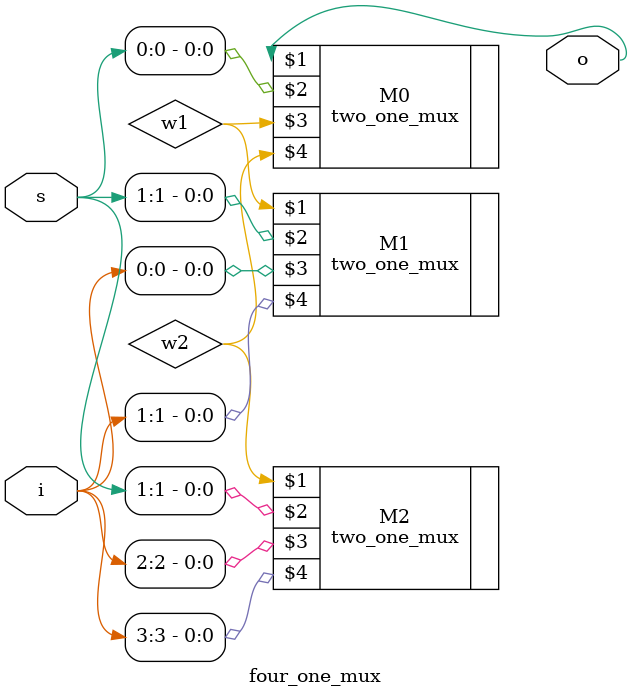
<source format=v>
`timescale 1ns / 1ps


module four_one_mux(
    input [1:0] s,
    input [3:0] i,
    output o
    );
    
    wire w1, w2;
    two_one_mux M1(w1, s[1], i[0], i[1]);
    two_one_mux M0(o, s[0], w1, w2);
    two_one_mux M2(w2, s[1], i[2], i[3]);
    
endmodule

</source>
